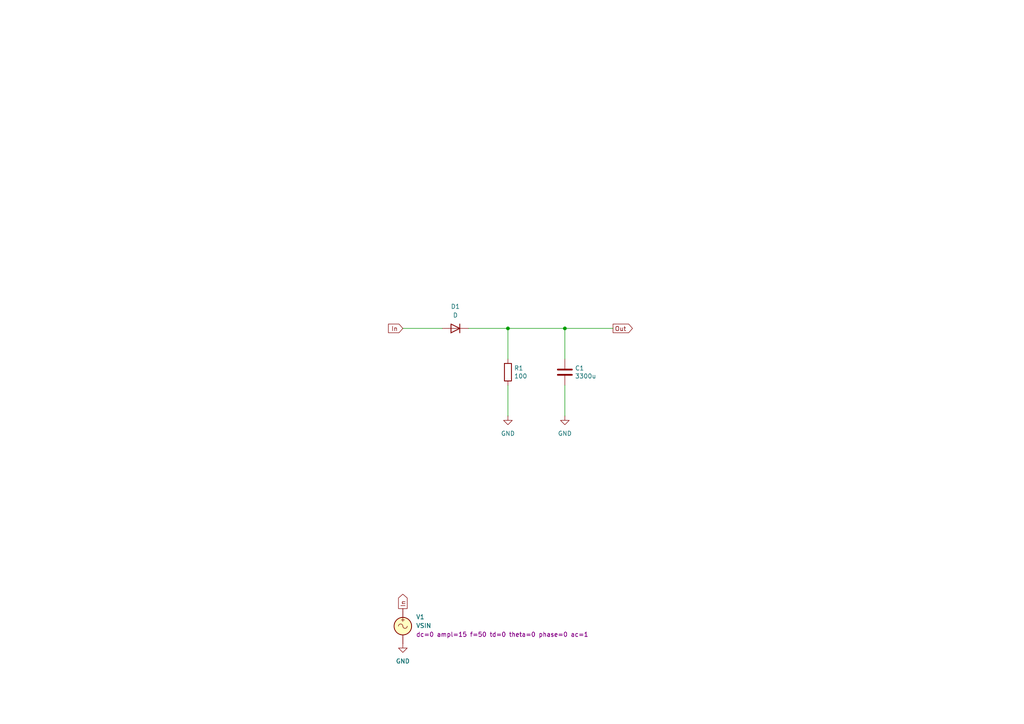
<source format=kicad_sch>
(kicad_sch (version 20250114) (generator "eeschema") (generator_version "9.0")
  (paper "A4")
  (title_block (title "Rectifier with 1 diode") (date "2025-09-13") (company "GitHub/OJStuff"))
  (lib_symbols
    (symbol "Device:C" (pin_numbers (hide yes)) (pin_names (offset 0.254))
      (property "Reference" "C" (at 0.635 2.54 0))
      (property "Value" "C" (at 0.635 -2.54 0))
      (symbol "C_0_1"
        (polyline (pts (xy -2.032 0.762) (xy 2.032 0.762)) (stroke (width 0.508)))
        (polyline (pts (xy -2.032 -0.762) (xy 2.032 -0.762)) (stroke (width 0.508)))
      )
      (symbol "C_1_1"
        (pin passive line (at 0 3.81 270) (length 2.794) (name "~") (number "1"))
        (pin passive line (at 0 -3.81 90) (length 2.794) (name "~") (number "2"))
      )
    )
    (symbol "Device:D" (pin_numbers (hide yes)) (pin_names (offset 1.016) (hide yes))
      (property "Reference" "D" (at 0 2.54 0))
      (property "Value" "D" (at 0 -2.54 0))
      (symbol "D_0_1"
        (polyline (pts (xy -1.27 1.27) (xy -1.27 -1.27)) (stroke (width 0.254)))
        (polyline (pts (xy 1.27 1.27) (xy 1.27 -1.27) (xy -1.27 0) (xy 1.27 1.27)) (stroke (width 0.254)))
        (polyline (pts (xy 1.27 0) (xy -1.27 0)))
      )
      (symbol "D_1_1"
        (pin passive line (at -3.81 0 0) (length 2.54) (name "K") (number "1"))
        (pin passive line (at 3.81 0 180) (length 2.54) (name "A") (number "2"))
      )
    )
    (symbol "Device:R" (pin_numbers (hide yes)) (pin_names (offset 0))
      (property "Reference" "R" (at 2.032 0 90))
      (property "Value" "R" (at 0 0 90))
      (symbol "R_0_1"
        (rectangle (start -1.016 -2.54) (end 1.016 2.54) (stroke (width 0.254)))
      )
      (symbol "R_1_1"
        (pin passive line (at 0 3.81 270) (length 1.27) (name "~") (number "1"))
        (pin passive line (at 0 -3.81 90) (length 1.27) (name "~") (number "2"))
      )
    )
    (symbol "GND_1" (power) (pin_numbers (hide yes)) (pin_names (offset 0) (hide yes))
      (property "Value" "GND" (at 0 -3.81 0))
      (symbol "GND_1_0_1"
        (polyline (pts (xy 0 0) (xy 0 -1.27) (xy 1.27 -1.27) (xy 0 -2.54) (xy -1.27 -1.27) (xy 0 -1.27)))
      )
      (symbol "GND_1_1_1"
        (pin power_in line (at 0 0 270) (length 0) (name "~") (number "1"))
      )
    )
    (symbol "VSIN_1" (pin_numbers (hide yes)) (pin_names (offset 0.0254))
      (property "Reference" "V" (at 2.54 2.54 0))
      (property "Value" "VSIN" (at 2.54 0 0))
      (property "Sim.Params" "dc=0 ampl=1 f=1k ac=1" (at 2.54 -2.54 0))
      (symbol "VSIN_1_0_0"
        (arc (start -1.27 0) (mid -0.635 0.6323) (end 0 0))
        (arc (start 1.27 0) (mid 0.635 -0.6323) (end 0 0))
        (text "+" (at 0 1.905 0) (effects (font (size 1.27 1.27))))
      )
      (symbol "VSIN_1_0_1"
        (circle (center 0 0) (radius 2.54) (stroke (width 0.254)) (fill (type background)))
      )
      (symbol "VSIN_1_1_1"
        (pin passive line (at 0 5.08 270) (length 2.54) (name "~") (number "1"))
        (pin passive line (at 0 -5.08 90) (length 2.54) (name "~") (number "2"))
      )
    )
  )
  (junction (at 163.83 95.25))
  (junction (at 147.32 95.25))
  (wire (pts (xy 147.32 111.76) (xy 147.32 120.65)))
  (wire (pts (xy 147.32 95.25) (xy 163.83 95.25)))
  (wire (pts (xy 163.83 104.14) (xy 163.83 95.25)))
  (wire (pts (xy 177.8 95.25) (xy 163.83 95.25)))
  (wire (pts (xy 116.84 95.25) (xy 128.27 95.25)))
  (wire (pts (xy 135.89 95.25) (xy 147.32 95.25)))
  (wire (pts (xy 163.83 111.76) (xy 163.83 120.65)))
  (wire (pts (xy 147.32 104.14) (xy 147.32 95.25)))
  (global_label "In" (shape output) (at 116.84 176.53 90) (property "Intersheetrefs" "${INTERSHEET_REFS}" (effects (hide yes))))
  (global_label "Out" (shape output) (at 177.8 95.25 0) (property "Intersheetrefs" "${INTERSHEET_REFS}" (effects (hide yes))))
  (global_label "In" (shape input) (at 116.84 95.25 180) (property "Intersheetrefs" "${INTERSHEET_REFS}" (effects (hide yes))))
  (symbol (lib_name "GND_1") (lib_id "power:GND") (at 163.83 120.65 0) (unit 1)
    (property "Reference" "#PWR05" (effects (hide yes)))
    (property "Value" "GND" (at 163.83 125.73 0))
    (property "Description" "Power symbol creates a global label with name \"GND\" , ground" (effects (hide yes)))
  )
  (symbol (lib_name "GND_1") (lib_id "power:GND") (at 147.32 120.65 0) (unit 1)
    (property "Reference" "#PWR04" (effects (hide yes)))
    (property "Value" "GND" (at 147.32 125.73 0))
    (property "Description" "Power symbol creates a global label with name \"GND\" , ground" (effects (hide yes)))
  )
  (symbol (lib_name "VSIN_1") (lib_id "Simulation_SPICE:VSIN") (at 116.84 181.61 0) (unit 1)
    (property "Reference" "V1" (at 120.65 178.9401 0) (effects (justify left)))
    (property "Value" "VSIN" (at 120.65 181.4801 0) (effects (justify left)))
    (property "Datasheet" "https://ngspice.sourceforge.io/docs/ngspice-html-manual/manual.xhtml#sec_Independent_Sources_for" (effects (hide yes)))
    (property "Description" "Voltage source, sinusoidal" (effects (hide yes)))
    (property "Sim.Pins" "1=+ 2=-" (effects (hide yes)))
    (property "Sim.Params" "dc=0 ampl=15 f=50 td=0 theta=0 phase=0 ac=1" (at 120.65 184.0201 0) (effects (justify left)))
    (property "Sim.Type" "SIN" (effects (hide yes)))
    (property "Sim.Device" "V" (effects (hide yes)))
  )
  (symbol (lib_id "Device:D") (at 132.08 95.25 180) (unit 1)
    (property "Reference" "D1" (at 132.08 88.9 0))
    (property "Value" "D" (at 132.08 91.44 0))
    (property "Sim.Device" "D" (effects (hide yes)))
    (property "Sim.Pins" "1=K 2=A" (effects (hide yes)))
  )
  (symbol (lib_id "Device:C") (at 163.83 107.95 0) (unit 1)
    (property "Reference" "C1" (at 166.751 106.7816 0) (effects (justify left)))
    (property "Value" "3300u" (at 166.751 109.093 0) (effects (justify left)))
  )
  (symbol (lib_name "GND_1") (lib_id "power:GND") (at 116.84 186.69 0) (unit 1)
    (property "Reference" "#PWR01" (effects (hide yes)))
    (property "Value" "GND" (at 116.84 191.77 0))
    (property "Description" "Power symbol creates a global label with name \"GND\" , ground" (effects (hide yes)))
  )
  (symbol (lib_id "Device:R") (at 147.32 107.95 0) (unit 1)
    (property "Reference" "R1" (at 149.098 106.7816 0) (effects (justify left)))
    (property "Value" "100" (at 149.098 109.093 0) (effects (justify left)))
  )
)
</source>
